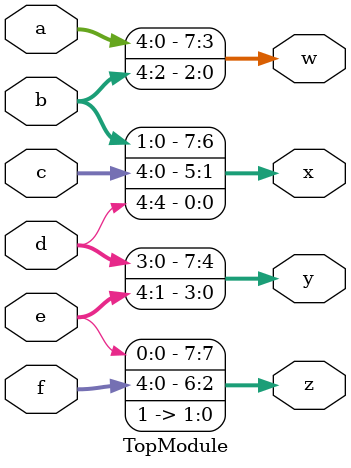
<source format=sv>

module TopModule (
  input [4:0] a,
  input [4:0] b,
  input [4:0] c,
  input [4:0] d,
  input [4:0] e,
  input [4:0] f,
  output [7:0] w,
  output [7:0] x,
  output [7:0] y,
  output [7:0] z
);
// Body of TopModule
assign {w, x, y, z} = {a, b, c, d, e, f, 2'b11};

endmodule

</source>
